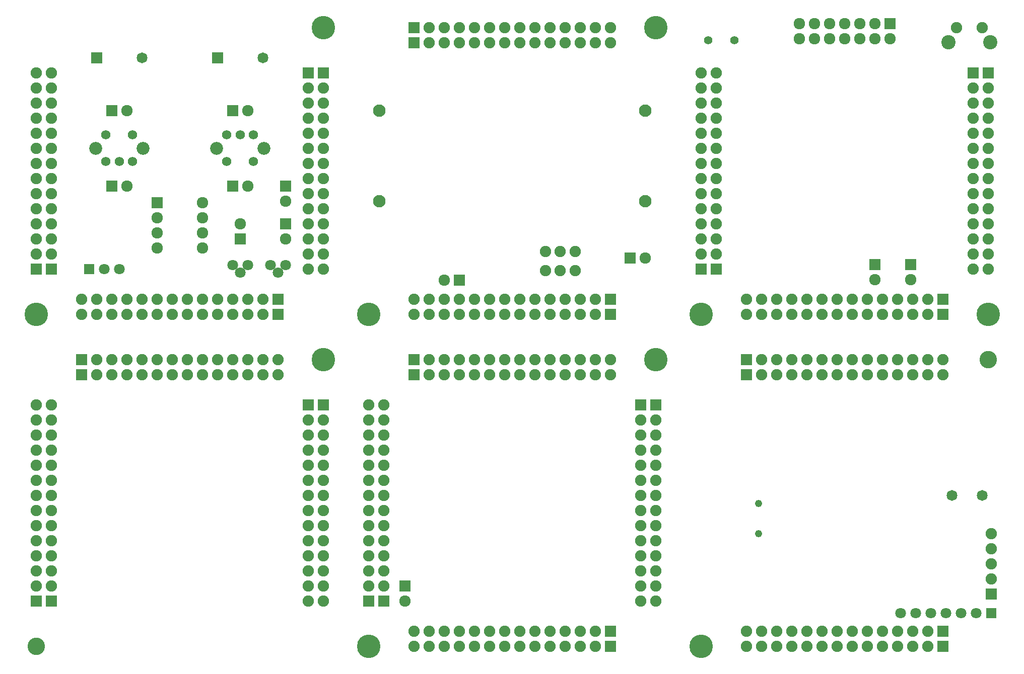
<source format=gbs>
G04 (created by PCBNEW (2013-mar-13)-testing) date Tue 09 Apr 2013 04:17:55 PM CEST*
%MOIN*%
G04 Gerber Fmt 3.4, Leading zero omitted, Abs format*
%FSLAX34Y34*%
G01*
G70*
G90*
G04 APERTURE LIST*
%ADD10C,0.00393701*%
%ADD11R,0.074848X0.074848*%
%ADD12C,0.074848*%
%ADD13C,0.155748*%
%ADD14C,0.0708661*%
%ADD15R,0.075748X0.075748*%
%ADD16C,0.075748*%
%ADD17R,0.070748X0.070748*%
%ADD18C,0.070748*%
%ADD19C,0.061748*%
%ADD20C,0.085748*%
%ADD21R,0.071748X0.071748*%
%ADD22C,0.071748*%
%ADD23C,0.0826772*%
%ADD24C,0.094448*%
%ADD25C,0.055148*%
%ADD26C,0.115748*%
%ADD27C,0.047748*%
G04 APERTURE END LIST*
G54D10*
G54D11*
X28000Y-29000D03*
G54D12*
X27000Y-29000D03*
X26000Y-29000D03*
X25000Y-29000D03*
X24000Y-29000D03*
X23000Y-29000D03*
X22000Y-29000D03*
X21000Y-29000D03*
X20000Y-29000D03*
X19000Y-29000D03*
X18000Y-29000D03*
X17000Y-29000D03*
X16000Y-29000D03*
X15000Y-29000D03*
G54D11*
X31000Y-13000D03*
G54D12*
X31000Y-14000D03*
X31000Y-15000D03*
X31000Y-16000D03*
X31000Y-17000D03*
X31000Y-18000D03*
X31000Y-19000D03*
X31000Y-20000D03*
X31000Y-21000D03*
X31000Y-22000D03*
X31000Y-23000D03*
X31000Y-24000D03*
X31000Y-25000D03*
X31000Y-26000D03*
G54D11*
X13000Y-26000D03*
G54D12*
X13000Y-25000D03*
X13000Y-24000D03*
X13000Y-23000D03*
X13000Y-22000D03*
X13000Y-21000D03*
X13000Y-20000D03*
X13000Y-19000D03*
X13000Y-18000D03*
X13000Y-17000D03*
X13000Y-16000D03*
X13000Y-15000D03*
X13000Y-14000D03*
X13000Y-13000D03*
G54D11*
X12000Y-26000D03*
G54D12*
X12000Y-25000D03*
X12000Y-24000D03*
X12000Y-23000D03*
X12000Y-22000D03*
X12000Y-21000D03*
X12000Y-20000D03*
X12000Y-19000D03*
X12000Y-18000D03*
X12000Y-17000D03*
X12000Y-16000D03*
X12000Y-15000D03*
X12000Y-14000D03*
X12000Y-13000D03*
G54D11*
X30000Y-13000D03*
G54D12*
X30000Y-14000D03*
X30000Y-15000D03*
X30000Y-16000D03*
X30000Y-17000D03*
X30000Y-18000D03*
X30000Y-19000D03*
X30000Y-20000D03*
X30000Y-21000D03*
X30000Y-22000D03*
X30000Y-23000D03*
X30000Y-24000D03*
X30000Y-25000D03*
X30000Y-26000D03*
G54D11*
X28000Y-28000D03*
G54D12*
X27000Y-28000D03*
X26000Y-28000D03*
X25000Y-28000D03*
X24000Y-28000D03*
X23000Y-28000D03*
X22000Y-28000D03*
X21000Y-28000D03*
X20000Y-28000D03*
X19000Y-28000D03*
X18000Y-28000D03*
X17000Y-28000D03*
X16000Y-28000D03*
X15000Y-28000D03*
G54D13*
X12000Y-29000D03*
X31000Y-10000D03*
G54D14*
X28500Y-25750D03*
X28000Y-26250D03*
X27500Y-25750D03*
X26000Y-25750D03*
X25500Y-26250D03*
X25000Y-25750D03*
G54D15*
X20000Y-21600D03*
G54D16*
X20000Y-22600D03*
X20000Y-23600D03*
X20000Y-24600D03*
X23000Y-24600D03*
X23000Y-23600D03*
X23000Y-22600D03*
X23000Y-21600D03*
G54D17*
X15500Y-26000D03*
G54D18*
X16500Y-26000D03*
X17500Y-26000D03*
G54D15*
X25000Y-20500D03*
G54D16*
X26000Y-20500D03*
G54D15*
X17000Y-15500D03*
G54D16*
X18000Y-15500D03*
G54D15*
X28500Y-20500D03*
G54D16*
X28500Y-21500D03*
G54D15*
X28500Y-23000D03*
G54D16*
X28500Y-24000D03*
G54D15*
X25500Y-24000D03*
G54D16*
X25500Y-23000D03*
G54D15*
X25000Y-15500D03*
G54D16*
X26000Y-15500D03*
G54D15*
X17000Y-20500D03*
G54D16*
X18000Y-20500D03*
G54D19*
X16614Y-18885D03*
X17500Y-18885D03*
X18385Y-18885D03*
X18385Y-17114D03*
X16614Y-17114D03*
G54D20*
X19074Y-18000D03*
X15925Y-18000D03*
G54D19*
X26385Y-17114D03*
X25500Y-17114D03*
X24614Y-17114D03*
X24614Y-18885D03*
X26385Y-18885D03*
G54D20*
X23925Y-18000D03*
X27074Y-18000D03*
G54D21*
X24000Y-12000D03*
G54D22*
X27000Y-12000D03*
G54D21*
X16000Y-12000D03*
G54D22*
X19000Y-12000D03*
G54D12*
X46677Y-24838D03*
X45693Y-24838D03*
X47661Y-24838D03*
X47661Y-26098D03*
X46677Y-26098D03*
X45693Y-26098D03*
G54D15*
X40000Y-26750D03*
G54D16*
X39000Y-26750D03*
G54D23*
X34701Y-21500D03*
X52299Y-21500D03*
X52299Y-15500D03*
X34701Y-15500D03*
G54D13*
X53000Y-10000D03*
X34000Y-29000D03*
G54D15*
X51300Y-25260D03*
G54D16*
X52300Y-25260D03*
G54D11*
X37000Y-10000D03*
G54D12*
X38000Y-10000D03*
X39000Y-10000D03*
X40000Y-10000D03*
X41000Y-10000D03*
X42000Y-10000D03*
X43000Y-10000D03*
X44000Y-10000D03*
X45000Y-10000D03*
X46000Y-10000D03*
X47000Y-10000D03*
X48000Y-10000D03*
X49000Y-10000D03*
X50000Y-10000D03*
G54D11*
X50000Y-29000D03*
G54D12*
X49000Y-29000D03*
X48000Y-29000D03*
X47000Y-29000D03*
X46000Y-29000D03*
X45000Y-29000D03*
X44000Y-29000D03*
X43000Y-29000D03*
X42000Y-29000D03*
X41000Y-29000D03*
X40000Y-29000D03*
X39000Y-29000D03*
X38000Y-29000D03*
X37000Y-29000D03*
G54D11*
X50000Y-28000D03*
G54D12*
X49000Y-28000D03*
X48000Y-28000D03*
X47000Y-28000D03*
X46000Y-28000D03*
X45000Y-28000D03*
X44000Y-28000D03*
X43000Y-28000D03*
X42000Y-28000D03*
X41000Y-28000D03*
X40000Y-28000D03*
X39000Y-28000D03*
X38000Y-28000D03*
X37000Y-28000D03*
G54D11*
X37000Y-11000D03*
G54D12*
X38000Y-11000D03*
X39000Y-11000D03*
X40000Y-11000D03*
X41000Y-11000D03*
X42000Y-11000D03*
X43000Y-11000D03*
X44000Y-11000D03*
X45000Y-11000D03*
X46000Y-11000D03*
X47000Y-11000D03*
X48000Y-11000D03*
X49000Y-11000D03*
X50000Y-11000D03*
G54D11*
X28000Y-29000D03*
G54D12*
X27000Y-29000D03*
X26000Y-29000D03*
X25000Y-29000D03*
X24000Y-29000D03*
X23000Y-29000D03*
X22000Y-29000D03*
X21000Y-29000D03*
X20000Y-29000D03*
X19000Y-29000D03*
X18000Y-29000D03*
X17000Y-29000D03*
X16000Y-29000D03*
X15000Y-29000D03*
G54D11*
X31000Y-13000D03*
G54D12*
X31000Y-14000D03*
X31000Y-15000D03*
X31000Y-16000D03*
X31000Y-17000D03*
X31000Y-18000D03*
X31000Y-19000D03*
X31000Y-20000D03*
X31000Y-21000D03*
X31000Y-22000D03*
X31000Y-23000D03*
X31000Y-24000D03*
X31000Y-25000D03*
X31000Y-26000D03*
G54D11*
X13000Y-26000D03*
G54D12*
X13000Y-25000D03*
X13000Y-24000D03*
X13000Y-23000D03*
X13000Y-22000D03*
X13000Y-21000D03*
X13000Y-20000D03*
X13000Y-19000D03*
X13000Y-18000D03*
X13000Y-17000D03*
X13000Y-16000D03*
X13000Y-15000D03*
X13000Y-14000D03*
X13000Y-13000D03*
G54D11*
X12000Y-26000D03*
G54D12*
X12000Y-25000D03*
X12000Y-24000D03*
X12000Y-23000D03*
X12000Y-22000D03*
X12000Y-21000D03*
X12000Y-20000D03*
X12000Y-19000D03*
X12000Y-18000D03*
X12000Y-17000D03*
X12000Y-16000D03*
X12000Y-15000D03*
X12000Y-14000D03*
X12000Y-13000D03*
G54D11*
X30000Y-13000D03*
G54D12*
X30000Y-14000D03*
X30000Y-15000D03*
X30000Y-16000D03*
X30000Y-17000D03*
X30000Y-18000D03*
X30000Y-19000D03*
X30000Y-20000D03*
X30000Y-21000D03*
X30000Y-22000D03*
X30000Y-23000D03*
X30000Y-24000D03*
X30000Y-25000D03*
X30000Y-26000D03*
G54D11*
X28000Y-28000D03*
G54D12*
X27000Y-28000D03*
X26000Y-28000D03*
X25000Y-28000D03*
X24000Y-28000D03*
X23000Y-28000D03*
X22000Y-28000D03*
X21000Y-28000D03*
X20000Y-28000D03*
X19000Y-28000D03*
X18000Y-28000D03*
X17000Y-28000D03*
X16000Y-28000D03*
X15000Y-28000D03*
G54D13*
X12000Y-29000D03*
X31000Y-10000D03*
G54D14*
X28500Y-25750D03*
X28000Y-26250D03*
X27500Y-25750D03*
X26000Y-25750D03*
X25500Y-26250D03*
X25000Y-25750D03*
G54D15*
X20000Y-21600D03*
G54D16*
X20000Y-22600D03*
X20000Y-23600D03*
X20000Y-24600D03*
X23000Y-24600D03*
X23000Y-23600D03*
X23000Y-22600D03*
X23000Y-21600D03*
G54D17*
X15500Y-26000D03*
G54D18*
X16500Y-26000D03*
X17500Y-26000D03*
G54D15*
X25000Y-20500D03*
G54D16*
X26000Y-20500D03*
G54D15*
X17000Y-15500D03*
G54D16*
X18000Y-15500D03*
G54D15*
X28500Y-20500D03*
G54D16*
X28500Y-21500D03*
G54D15*
X28500Y-23000D03*
G54D16*
X28500Y-24000D03*
G54D15*
X25500Y-24000D03*
G54D16*
X25500Y-23000D03*
G54D15*
X25000Y-15500D03*
G54D16*
X26000Y-15500D03*
G54D15*
X17000Y-20500D03*
G54D16*
X18000Y-20500D03*
G54D19*
X16614Y-18885D03*
X17500Y-18885D03*
X18385Y-18885D03*
X18385Y-17114D03*
X16614Y-17114D03*
G54D20*
X19074Y-18000D03*
X15925Y-18000D03*
G54D19*
X26385Y-17114D03*
X25500Y-17114D03*
X24614Y-17114D03*
X24614Y-18885D03*
X26385Y-18885D03*
G54D20*
X23925Y-18000D03*
X27074Y-18000D03*
G54D21*
X24000Y-12000D03*
G54D22*
X27000Y-12000D03*
G54D21*
X16000Y-12000D03*
G54D22*
X19000Y-12000D03*
G54D12*
X46677Y-24838D03*
X45693Y-24838D03*
X47661Y-24838D03*
X47661Y-26098D03*
X46677Y-26098D03*
X45693Y-26098D03*
G54D15*
X40000Y-26750D03*
G54D16*
X39000Y-26750D03*
G54D23*
X34701Y-21500D03*
X52299Y-21500D03*
X52299Y-15500D03*
X34701Y-15500D03*
G54D13*
X53000Y-10000D03*
X34000Y-29000D03*
G54D15*
X51300Y-25260D03*
G54D16*
X52300Y-25260D03*
G54D11*
X37000Y-10000D03*
G54D12*
X38000Y-10000D03*
X39000Y-10000D03*
X40000Y-10000D03*
X41000Y-10000D03*
X42000Y-10000D03*
X43000Y-10000D03*
X44000Y-10000D03*
X45000Y-10000D03*
X46000Y-10000D03*
X47000Y-10000D03*
X48000Y-10000D03*
X49000Y-10000D03*
X50000Y-10000D03*
G54D11*
X50000Y-29000D03*
G54D12*
X49000Y-29000D03*
X48000Y-29000D03*
X47000Y-29000D03*
X46000Y-29000D03*
X45000Y-29000D03*
X44000Y-29000D03*
X43000Y-29000D03*
X42000Y-29000D03*
X41000Y-29000D03*
X40000Y-29000D03*
X39000Y-29000D03*
X38000Y-29000D03*
X37000Y-29000D03*
G54D11*
X50000Y-28000D03*
G54D12*
X49000Y-28000D03*
X48000Y-28000D03*
X47000Y-28000D03*
X46000Y-28000D03*
X45000Y-28000D03*
X44000Y-28000D03*
X43000Y-28000D03*
X42000Y-28000D03*
X41000Y-28000D03*
X40000Y-28000D03*
X39000Y-28000D03*
X38000Y-28000D03*
X37000Y-28000D03*
G54D11*
X37000Y-11000D03*
G54D12*
X38000Y-11000D03*
X39000Y-11000D03*
X40000Y-11000D03*
X41000Y-11000D03*
X42000Y-11000D03*
X43000Y-11000D03*
X44000Y-11000D03*
X45000Y-11000D03*
X46000Y-11000D03*
X47000Y-11000D03*
X48000Y-11000D03*
X49000Y-11000D03*
X50000Y-11000D03*
G54D15*
X69858Y-25721D03*
G54D16*
X69858Y-26721D03*
G54D15*
X67496Y-25721D03*
G54D16*
X67496Y-26721D03*
G54D15*
X68500Y-9750D03*
G54D16*
X68500Y-10750D03*
X67500Y-9750D03*
X67500Y-10750D03*
X66500Y-9750D03*
X66500Y-10750D03*
X65500Y-9750D03*
X65500Y-10750D03*
X64500Y-9750D03*
X64500Y-10750D03*
X63500Y-9750D03*
X63500Y-10750D03*
X62500Y-9750D03*
X62500Y-10750D03*
G54D12*
X74596Y-10000D03*
X72904Y-10000D03*
G54D24*
X75128Y-10984D03*
X72372Y-10984D03*
G54D13*
X75000Y-29000D03*
X56000Y-29000D03*
G54D11*
X72000Y-29000D03*
G54D12*
X71000Y-29000D03*
X70000Y-29000D03*
X69000Y-29000D03*
X68000Y-29000D03*
X67000Y-29000D03*
X66000Y-29000D03*
X65000Y-29000D03*
X64000Y-29000D03*
X63000Y-29000D03*
X62000Y-29000D03*
X61000Y-29000D03*
X60000Y-29000D03*
X59000Y-29000D03*
G54D11*
X56000Y-26000D03*
G54D12*
X56000Y-25000D03*
X56000Y-24000D03*
X56000Y-23000D03*
X56000Y-22000D03*
X56000Y-21000D03*
X56000Y-20000D03*
X56000Y-19000D03*
X56000Y-18000D03*
X56000Y-17000D03*
X56000Y-16000D03*
X56000Y-15000D03*
X56000Y-14000D03*
X56000Y-13000D03*
G54D11*
X57000Y-26000D03*
G54D12*
X57000Y-25000D03*
X57000Y-24000D03*
X57000Y-23000D03*
X57000Y-22000D03*
X57000Y-21000D03*
X57000Y-20000D03*
X57000Y-19000D03*
X57000Y-18000D03*
X57000Y-17000D03*
X57000Y-16000D03*
X57000Y-15000D03*
X57000Y-14000D03*
X57000Y-13000D03*
G54D11*
X72000Y-28000D03*
G54D12*
X71000Y-28000D03*
X70000Y-28000D03*
X69000Y-28000D03*
X68000Y-28000D03*
X67000Y-28000D03*
X66000Y-28000D03*
X65000Y-28000D03*
X64000Y-28000D03*
X63000Y-28000D03*
X62000Y-28000D03*
X61000Y-28000D03*
X60000Y-28000D03*
X59000Y-28000D03*
G54D11*
X75000Y-13000D03*
G54D12*
X75000Y-14000D03*
X75000Y-15000D03*
X75000Y-16000D03*
X75000Y-17000D03*
X75000Y-18000D03*
X75000Y-19000D03*
X75000Y-20000D03*
X75000Y-21000D03*
X75000Y-22000D03*
X75000Y-23000D03*
X75000Y-24000D03*
X75000Y-25000D03*
X75000Y-26000D03*
G54D11*
X74000Y-13000D03*
G54D12*
X74000Y-14000D03*
X74000Y-15000D03*
X74000Y-16000D03*
X74000Y-17000D03*
X74000Y-18000D03*
X74000Y-19000D03*
X74000Y-20000D03*
X74000Y-21000D03*
X74000Y-22000D03*
X74000Y-23000D03*
X74000Y-24000D03*
X74000Y-25000D03*
X74000Y-26000D03*
G54D25*
X56488Y-10850D03*
X58220Y-10850D03*
G54D26*
X12000Y-51000D03*
G54D11*
X12000Y-48000D03*
G54D12*
X12000Y-47000D03*
X12000Y-46000D03*
X12000Y-45000D03*
X12000Y-44000D03*
X12000Y-43000D03*
X12000Y-42000D03*
X12000Y-41000D03*
X12000Y-40000D03*
X12000Y-39000D03*
X12000Y-38000D03*
X12000Y-37000D03*
X12000Y-36000D03*
X12000Y-35000D03*
G54D11*
X31000Y-35000D03*
G54D12*
X31000Y-36000D03*
X31000Y-37000D03*
X31000Y-38000D03*
X31000Y-39000D03*
X31000Y-40000D03*
X31000Y-41000D03*
X31000Y-42000D03*
X31000Y-43000D03*
X31000Y-44000D03*
X31000Y-45000D03*
X31000Y-46000D03*
X31000Y-47000D03*
X31000Y-48000D03*
G54D11*
X15000Y-32000D03*
G54D12*
X16000Y-32000D03*
X17000Y-32000D03*
X18000Y-32000D03*
X19000Y-32000D03*
X20000Y-32000D03*
X21000Y-32000D03*
X22000Y-32000D03*
X23000Y-32000D03*
X24000Y-32000D03*
X25000Y-32000D03*
X26000Y-32000D03*
X27000Y-32000D03*
X28000Y-32000D03*
G54D11*
X15000Y-33000D03*
G54D12*
X16000Y-33000D03*
X17000Y-33000D03*
X18000Y-33000D03*
X19000Y-33000D03*
X20000Y-33000D03*
X21000Y-33000D03*
X22000Y-33000D03*
X23000Y-33000D03*
X24000Y-33000D03*
X25000Y-33000D03*
X26000Y-33000D03*
X27000Y-33000D03*
X28000Y-33000D03*
G54D11*
X30000Y-35000D03*
G54D12*
X30000Y-36000D03*
X30000Y-37000D03*
X30000Y-38000D03*
X30000Y-39000D03*
X30000Y-40000D03*
X30000Y-41000D03*
X30000Y-42000D03*
X30000Y-43000D03*
X30000Y-44000D03*
X30000Y-45000D03*
X30000Y-46000D03*
X30000Y-47000D03*
X30000Y-48000D03*
G54D11*
X13000Y-48000D03*
G54D12*
X13000Y-47000D03*
X13000Y-46000D03*
X13000Y-45000D03*
X13000Y-44000D03*
X13000Y-43000D03*
X13000Y-42000D03*
X13000Y-41000D03*
X13000Y-40000D03*
X13000Y-39000D03*
X13000Y-38000D03*
X13000Y-37000D03*
X13000Y-36000D03*
X13000Y-35000D03*
G54D13*
X31000Y-32000D03*
G54D15*
X36400Y-47000D03*
G54D16*
X36400Y-48000D03*
G54D11*
X37000Y-32000D03*
G54D12*
X38000Y-32000D03*
X39000Y-32000D03*
X40000Y-32000D03*
X41000Y-32000D03*
X42000Y-32000D03*
X43000Y-32000D03*
X44000Y-32000D03*
X45000Y-32000D03*
X46000Y-32000D03*
X47000Y-32000D03*
X48000Y-32000D03*
X49000Y-32000D03*
X50000Y-32000D03*
G54D11*
X50000Y-51000D03*
G54D12*
X49000Y-51000D03*
X48000Y-51000D03*
X47000Y-51000D03*
X46000Y-51000D03*
X45000Y-51000D03*
X44000Y-51000D03*
X43000Y-51000D03*
X42000Y-51000D03*
X41000Y-51000D03*
X40000Y-51000D03*
X39000Y-51000D03*
X38000Y-51000D03*
X37000Y-51000D03*
G54D11*
X53000Y-35000D03*
G54D12*
X53000Y-36000D03*
X53000Y-37000D03*
X53000Y-38000D03*
X53000Y-39000D03*
X53000Y-40000D03*
X53000Y-41000D03*
X53000Y-42000D03*
X53000Y-43000D03*
X53000Y-44000D03*
X53000Y-45000D03*
X53000Y-46000D03*
X53000Y-47000D03*
X53000Y-48000D03*
G54D11*
X35000Y-48000D03*
G54D12*
X35000Y-47000D03*
X35000Y-46000D03*
X35000Y-45000D03*
X35000Y-44000D03*
X35000Y-43000D03*
X35000Y-42000D03*
X35000Y-41000D03*
X35000Y-40000D03*
X35000Y-39000D03*
X35000Y-38000D03*
X35000Y-37000D03*
X35000Y-36000D03*
X35000Y-35000D03*
G54D11*
X34000Y-48000D03*
G54D12*
X34000Y-47000D03*
X34000Y-46000D03*
X34000Y-45000D03*
X34000Y-44000D03*
X34000Y-43000D03*
X34000Y-42000D03*
X34000Y-41000D03*
X34000Y-40000D03*
X34000Y-39000D03*
X34000Y-38000D03*
X34000Y-37000D03*
X34000Y-36000D03*
X34000Y-35000D03*
G54D11*
X52000Y-35000D03*
G54D12*
X52000Y-36000D03*
X52000Y-37000D03*
X52000Y-38000D03*
X52000Y-39000D03*
X52000Y-40000D03*
X52000Y-41000D03*
X52000Y-42000D03*
X52000Y-43000D03*
X52000Y-44000D03*
X52000Y-45000D03*
X52000Y-46000D03*
X52000Y-47000D03*
X52000Y-48000D03*
G54D11*
X50000Y-50000D03*
G54D12*
X49000Y-50000D03*
X48000Y-50000D03*
X47000Y-50000D03*
X46000Y-50000D03*
X45000Y-50000D03*
X44000Y-50000D03*
X43000Y-50000D03*
X42000Y-50000D03*
X41000Y-50000D03*
X40000Y-50000D03*
X39000Y-50000D03*
X38000Y-50000D03*
X37000Y-50000D03*
G54D11*
X37000Y-33000D03*
G54D12*
X38000Y-33000D03*
X39000Y-33000D03*
X40000Y-33000D03*
X41000Y-33000D03*
X42000Y-33000D03*
X43000Y-33000D03*
X44000Y-33000D03*
X45000Y-33000D03*
X46000Y-33000D03*
X47000Y-33000D03*
X48000Y-33000D03*
X49000Y-33000D03*
X50000Y-33000D03*
G54D13*
X34000Y-51000D03*
X53000Y-32000D03*
G54D11*
X59000Y-32000D03*
G54D12*
X60000Y-32000D03*
X61000Y-32000D03*
X62000Y-32000D03*
X63000Y-32000D03*
X64000Y-32000D03*
X65000Y-32000D03*
X66000Y-32000D03*
X67000Y-32000D03*
X68000Y-32000D03*
X69000Y-32000D03*
X70000Y-32000D03*
X71000Y-32000D03*
X72000Y-32000D03*
G54D11*
X72000Y-51000D03*
G54D12*
X71000Y-51000D03*
X70000Y-51000D03*
X69000Y-51000D03*
X68000Y-51000D03*
X67000Y-51000D03*
X66000Y-51000D03*
X65000Y-51000D03*
X64000Y-51000D03*
X63000Y-51000D03*
X62000Y-51000D03*
X61000Y-51000D03*
X60000Y-51000D03*
X59000Y-51000D03*
G54D11*
X72000Y-50000D03*
G54D12*
X71000Y-50000D03*
X70000Y-50000D03*
X69000Y-50000D03*
X68000Y-50000D03*
X67000Y-50000D03*
X66000Y-50000D03*
X65000Y-50000D03*
X64000Y-50000D03*
X63000Y-50000D03*
X62000Y-50000D03*
X61000Y-50000D03*
X60000Y-50000D03*
X59000Y-50000D03*
G54D11*
X59000Y-33000D03*
G54D12*
X60000Y-33000D03*
X61000Y-33000D03*
X62000Y-33000D03*
X63000Y-33000D03*
X64000Y-33000D03*
X65000Y-33000D03*
X66000Y-33000D03*
X67000Y-33000D03*
X68000Y-33000D03*
X69000Y-33000D03*
X70000Y-33000D03*
X71000Y-33000D03*
X72000Y-33000D03*
G54D13*
X56000Y-51000D03*
G54D26*
X75000Y-32000D03*
G54D17*
X75200Y-48800D03*
G54D18*
X74200Y-48800D03*
X73200Y-48800D03*
X72200Y-48800D03*
X71200Y-48800D03*
X70200Y-48800D03*
X69200Y-48800D03*
G54D11*
X75200Y-47550D03*
G54D12*
X75200Y-46550D03*
X75200Y-45550D03*
X75200Y-44550D03*
X75200Y-43550D03*
G54D22*
X72600Y-41000D03*
X74600Y-41000D03*
G54D27*
X59800Y-41550D03*
X59800Y-43550D03*
M02*

</source>
